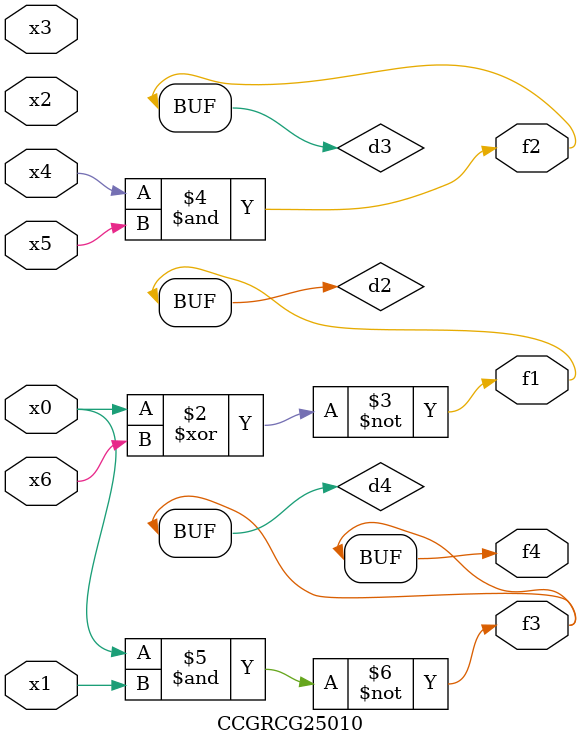
<source format=v>
module CCGRCG25010(
	input x0, x1, x2, x3, x4, x5, x6,
	output f1, f2, f3, f4
);

	wire d1, d2, d3, d4;

	nor (d1, x0);
	xnor (d2, x0, x6);
	and (d3, x4, x5);
	nand (d4, x0, x1);
	assign f1 = d2;
	assign f2 = d3;
	assign f3 = d4;
	assign f4 = d4;
endmodule

</source>
